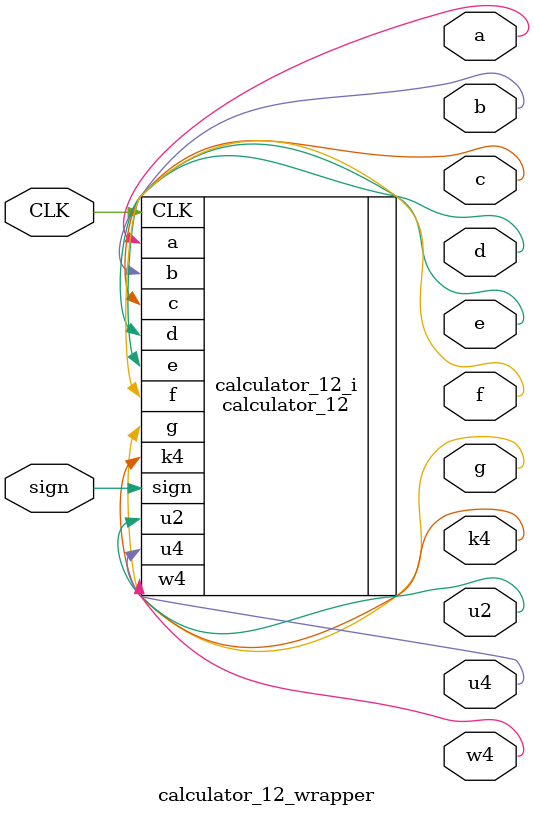
<source format=v>
`timescale 1 ps / 1 ps

module calculator_12_wrapper
   (CLK,
    a,
    b,
    c,
    d,
    e,
    f,
    g,
    k4,
    sign,
    u2,
    u4,
    w4);
  input CLK;
  output a;
  output b;
  output c;
  output d;
  output e;
  output f;
  output g;
  output k4;
  input sign;
  output u2;
  output u4;
  output w4;

  wire CLK;
  wire a;
  wire b;
  wire c;
  wire d;
  wire e;
  wire f;
  wire g;
  wire k4;
  wire sign;
  wire u2;
  wire u4;
  wire w4;

  calculator_12 calculator_12_i
       (.CLK(CLK),
        .a(a),
        .b(b),
        .c(c),
        .d(d),
        .e(e),
        .f(f),
        .g(g),
        .k4(k4),
        .sign(sign),
        .u2(u2),
        .u4(u4),
        .w4(w4));
endmodule

</source>
